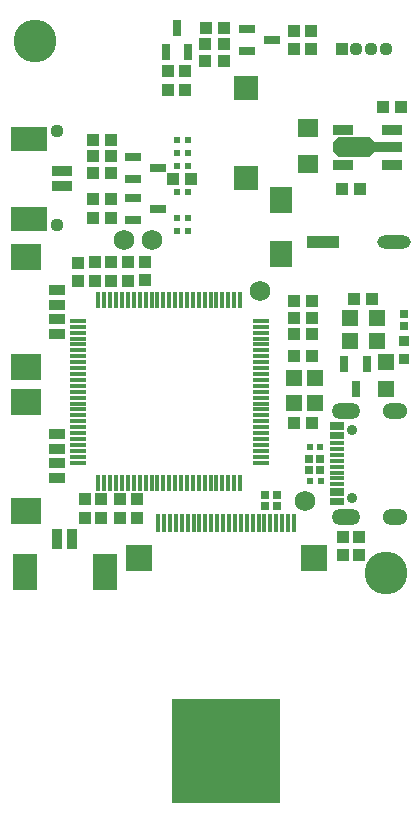
<source format=gts>
G04*
G04 #@! TF.GenerationSoftware,Altium Limited,Altium Designer,23.5.1 (21)*
G04*
G04 Layer_Color=8388736*
%FSLAX44Y44*%
%MOMM*%
G71*
G04*
G04 #@! TF.SameCoordinates,D8F5AE86-2F01-4A25-AC6E-D886633190FF*
G04*
G04*
G04 #@! TF.FilePolarity,Negative*
G04*
G01*
G75*
%ADD51R,0.6770X0.7270*%
%ADD52R,1.3970X1.3970*%
%ADD53R,0.8890X0.8890*%
%ADD54R,1.3970X1.3970*%
%ADD55R,1.0270X0.9770*%
%ADD56R,0.9770X1.0270*%
%ADD57R,0.7270X1.4270*%
%ADD58R,1.4270X0.7270*%
%ADD59R,2.1270X2.1270*%
%ADD60R,1.7770X1.6270*%
G04:AMPARAMS|DCode=61|XSize=1.651mm|YSize=3.556mm|CornerRadius=0mm|HoleSize=0mm|Usage=FLASHONLY|Rotation=270.000|XOffset=0mm|YOffset=0mm|HoleType=Round|Shape=Octagon|*
%AMOCTAGOND61*
4,1,8,1.7780,0.4128,1.7780,-0.4128,1.3653,-0.8255,-1.3653,-0.8255,-1.7780,-0.4128,-1.7780,0.4128,-1.3653,0.8255,1.3653,0.8255,1.7780,0.4128,0.0*
%
%ADD61OCTAGOND61*%

%ADD62R,1.7270X0.8270*%
%ADD63R,2.5270X0.8270*%
%ADD64R,2.8270X1.1270*%
%ADD65O,2.8270X1.1270*%
%ADD66R,1.8770X2.3270*%
%ADD67C,1.7270*%
%ADD68R,1.3270X1.4270*%
%ADD69R,0.6270X0.6270*%
%ADD70R,0.7270X0.6770*%
%ADD71R,9.1270X8.9270*%
%ADD72R,2.3270X2.3270*%
%ADD73R,0.4270X1.6270*%
%ADD74R,1.2770X0.4270*%
%ADD75R,1.2751X0.4267*%
%ADD76R,0.9270X1.7270*%
%ADD77R,2.1270X3.1270*%
%ADD78R,2.6270X2.2270*%
%ADD79R,1.4270X0.9270*%
%ADD80R,1.7270X0.9270*%
%ADD81R,3.1270X2.1270*%
%ADD82R,0.4270X1.3270*%
%ADD83R,1.3270X0.4270*%
%ADD84C,1.1270*%
%ADD85O,2.4270X1.3270*%
%ADD86O,2.1270X1.3270*%
%ADD87C,0.8770*%
%ADD88R,1.1270X1.1270*%
%ADD89C,3.6270*%
D51*
X231799Y81125D02*
D03*
Y90625D02*
D03*
X221488Y81102D02*
D03*
Y90602D02*
D03*
X339090Y233680D02*
D03*
Y243180D02*
D03*
D52*
X323850Y180340D02*
D03*
Y203200D02*
D03*
D53*
X339090Y205740D02*
D03*
Y220980D02*
D03*
D54*
X293370D02*
D03*
X316230D02*
D03*
X293370Y240030D02*
D03*
X316230D02*
D03*
D55*
X312551Y256540D02*
D03*
X297051D02*
D03*
X171452Y485790D02*
D03*
X186952D02*
D03*
X171321Y471900D02*
D03*
X186821D02*
D03*
X171322Y457930D02*
D03*
X186822D02*
D03*
X337058Y418592D02*
D03*
X321558D02*
D03*
X302520Y349250D02*
D03*
X287020D02*
D03*
X246310Y254382D02*
D03*
X261810D02*
D03*
X261749Y226568D02*
D03*
X246249D02*
D03*
Y240538D02*
D03*
X261749D02*
D03*
X246380Y208280D02*
D03*
X261880D02*
D03*
Y151130D02*
D03*
X246380D02*
D03*
X159258Y357886D02*
D03*
X143758D02*
D03*
X91440Y324612D02*
D03*
X75940D02*
D03*
Y341122D02*
D03*
X91440D02*
D03*
X75940Y363220D02*
D03*
X91440D02*
D03*
X75942Y377190D02*
D03*
X91442D02*
D03*
X75942Y391160D02*
D03*
X91442D02*
D03*
D56*
X260612Y467545D02*
D03*
Y483045D02*
D03*
X246642Y467674D02*
D03*
Y483174D02*
D03*
X287528Y39493D02*
D03*
Y54993D02*
D03*
X301498D02*
D03*
Y39493D02*
D03*
X82550Y86745D02*
D03*
Y71245D02*
D03*
X69342Y86745D02*
D03*
Y71245D02*
D03*
X99060Y86743D02*
D03*
Y71243D02*
D03*
X113030Y86745D02*
D03*
Y71245D02*
D03*
X153801Y448960D02*
D03*
Y433460D02*
D03*
X139831Y433462D02*
D03*
Y448962D02*
D03*
X120142Y287657D02*
D03*
Y272157D02*
D03*
X105410Y287403D02*
D03*
Y271903D02*
D03*
X91440Y271780D02*
D03*
Y287280D02*
D03*
X77470Y271780D02*
D03*
Y287280D02*
D03*
X63500Y271649D02*
D03*
Y287149D02*
D03*
D57*
X147451Y486130D02*
D03*
X156951Y465130D02*
D03*
X137951D02*
D03*
X298450Y180000D02*
D03*
X288950Y201000D02*
D03*
X307950D02*
D03*
D58*
X227932Y475550D02*
D03*
X206932Y466050D02*
D03*
Y485050D02*
D03*
X131150Y367030D02*
D03*
X110150Y357530D02*
D03*
Y376530D02*
D03*
X131150Y332486D02*
D03*
X110150Y322986D02*
D03*
Y341986D02*
D03*
D59*
X205486Y435356D02*
D03*
Y359156D02*
D03*
D60*
X258318Y400826D02*
D03*
Y370826D02*
D03*
D61*
X297180Y384810D02*
D03*
D62*
X329152Y399810D02*
D03*
Y369810D02*
D03*
X288068Y399810D02*
D03*
Y369810D02*
D03*
D63*
X325374Y384810D02*
D03*
D64*
X270736Y304800D02*
D03*
D65*
X330736D02*
D03*
D66*
X234950Y294500D02*
D03*
Y340500D02*
D03*
D67*
X217932Y262890D02*
D03*
X256032Y85344D02*
D03*
X125730Y306070D02*
D03*
X102533D02*
D03*
D68*
X263770Y189570D02*
D03*
Y168570D02*
D03*
X246770D02*
D03*
Y189570D02*
D03*
D69*
X268633Y130779D02*
D03*
X259633D02*
D03*
X259983Y102561D02*
D03*
X268983D02*
D03*
X147490Y379770D02*
D03*
X156490D02*
D03*
X147473Y390705D02*
D03*
X156473D02*
D03*
X147490Y368770D02*
D03*
X156490D02*
D03*
X147490Y346770D02*
D03*
X156490D02*
D03*
X147490Y324770D02*
D03*
X156490D02*
D03*
X147320Y313690D02*
D03*
X156320D02*
D03*
D70*
X259088Y121222D02*
D03*
X268588D02*
D03*
X259156Y111760D02*
D03*
X268656D02*
D03*
D71*
X188787Y-126111D02*
D03*
D72*
X114808Y36830D02*
D03*
X262890D02*
D03*
D73*
X131318Y67056D02*
D03*
X136318D02*
D03*
X141318D02*
D03*
X146318D02*
D03*
X151318D02*
D03*
X156318D02*
D03*
X161318D02*
D03*
X166318D02*
D03*
X171318D02*
D03*
X176318D02*
D03*
X181318D02*
D03*
X186318D02*
D03*
X191318D02*
D03*
X196318D02*
D03*
X201318D02*
D03*
X206318D02*
D03*
X211318D02*
D03*
X216318D02*
D03*
X221318D02*
D03*
X226318D02*
D03*
X231318D02*
D03*
X236318D02*
D03*
X241318D02*
D03*
X246318D02*
D03*
D74*
X282592Y150340D02*
D03*
Y147340D02*
D03*
X282592Y142341D02*
D03*
Y139339D02*
D03*
X282592Y134340D02*
D03*
Y124340D02*
D03*
X282607Y119339D02*
D03*
X282592Y114340D02*
D03*
X282610Y109338D02*
D03*
X282588Y104340D02*
D03*
X282633Y94340D02*
D03*
Y91341D02*
D03*
X282607Y86339D02*
D03*
Y83340D02*
D03*
D75*
X282592Y129340D02*
D03*
X282593Y99340D02*
D03*
D76*
X45920Y53340D02*
D03*
X58420D02*
D03*
D77*
X18488Y25234D02*
D03*
X86128D02*
D03*
D78*
X19304Y169472D02*
D03*
Y77108D02*
D03*
X19050Y291500D02*
D03*
Y199136D02*
D03*
D79*
X45720Y104540D02*
D03*
Y117040D02*
D03*
Y129540D02*
D03*
Y142040D02*
D03*
X45466Y226568D02*
D03*
Y239068D02*
D03*
Y251568D02*
D03*
Y264068D02*
D03*
D80*
X49696Y364528D02*
D03*
Y352028D02*
D03*
D81*
X21590Y391960D02*
D03*
Y324320D02*
D03*
D82*
X200716Y100300D02*
D03*
X195716D02*
D03*
X190716D02*
D03*
X185716D02*
D03*
X180716D02*
D03*
X175716D02*
D03*
X170716D02*
D03*
X165716D02*
D03*
X160716D02*
D03*
X155716D02*
D03*
X150716D02*
D03*
X145716D02*
D03*
X140716D02*
D03*
X135716D02*
D03*
X130716D02*
D03*
X125716D02*
D03*
X120716D02*
D03*
X115716D02*
D03*
X110716D02*
D03*
X105716D02*
D03*
X100716D02*
D03*
X95716D02*
D03*
X90716D02*
D03*
X85716D02*
D03*
X80716D02*
D03*
Y255300D02*
D03*
X85716D02*
D03*
X90716D02*
D03*
X95716D02*
D03*
X100716D02*
D03*
X105716D02*
D03*
X110716D02*
D03*
X115716D02*
D03*
X120716D02*
D03*
X125716D02*
D03*
X130716D02*
D03*
X135716D02*
D03*
X140716D02*
D03*
X145716D02*
D03*
X150716D02*
D03*
X155716D02*
D03*
X160716D02*
D03*
X165716D02*
D03*
X170716D02*
D03*
X175716D02*
D03*
X180716D02*
D03*
X185716D02*
D03*
X190716D02*
D03*
X195716D02*
D03*
X200716D02*
D03*
D83*
X63216Y117800D02*
D03*
Y122800D02*
D03*
Y127800D02*
D03*
Y132800D02*
D03*
Y137800D02*
D03*
Y142800D02*
D03*
Y147800D02*
D03*
Y152800D02*
D03*
Y157800D02*
D03*
Y162800D02*
D03*
Y167800D02*
D03*
Y172800D02*
D03*
Y177800D02*
D03*
Y182800D02*
D03*
Y187800D02*
D03*
Y192800D02*
D03*
Y197800D02*
D03*
Y202800D02*
D03*
Y207800D02*
D03*
Y212800D02*
D03*
Y217800D02*
D03*
Y222800D02*
D03*
Y227800D02*
D03*
Y232800D02*
D03*
Y237800D02*
D03*
X218216D02*
D03*
Y232800D02*
D03*
Y227800D02*
D03*
Y222800D02*
D03*
Y217800D02*
D03*
Y212800D02*
D03*
Y207800D02*
D03*
Y202800D02*
D03*
Y197800D02*
D03*
Y192800D02*
D03*
Y187800D02*
D03*
Y182800D02*
D03*
Y177800D02*
D03*
Y172800D02*
D03*
Y167800D02*
D03*
Y162800D02*
D03*
Y157800D02*
D03*
Y152800D02*
D03*
Y147800D02*
D03*
Y142800D02*
D03*
Y137800D02*
D03*
Y132800D02*
D03*
Y127800D02*
D03*
Y122800D02*
D03*
Y117800D02*
D03*
D84*
X45720Y318770D02*
D03*
Y398770D02*
D03*
X324158Y468122D02*
D03*
X311658D02*
D03*
X299158D02*
D03*
D85*
X290592Y71839D02*
D03*
X290592Y161839D02*
D03*
D86*
X332092Y161841D02*
D03*
X332092Y71840D02*
D03*
D87*
X295592Y145741D02*
D03*
Y87941D02*
D03*
D88*
X286658Y468122D02*
D03*
D89*
X324600Y24130D02*
D03*
X26670Y474980D02*
D03*
M02*

</source>
